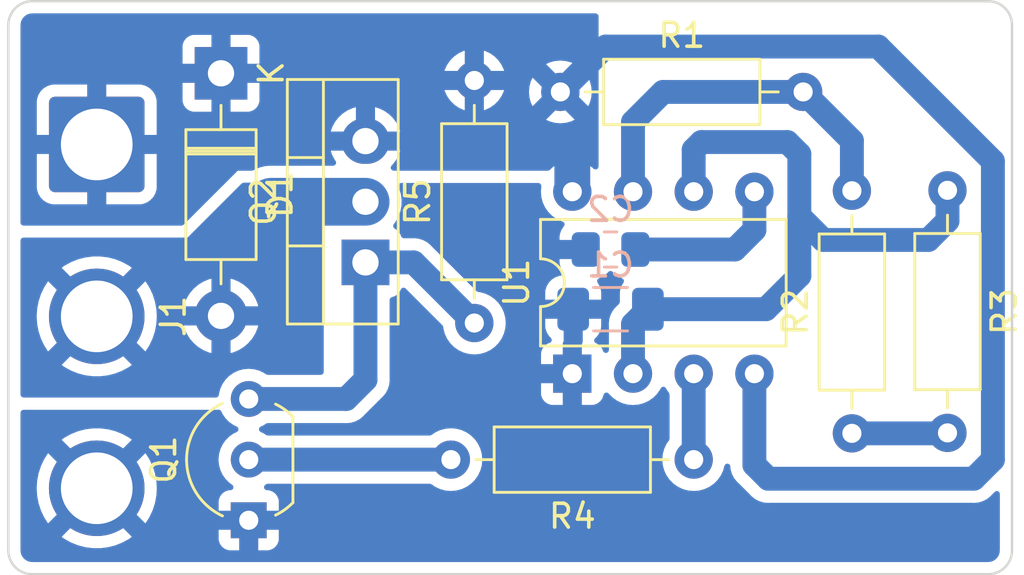
<source format=kicad_pcb>
(kicad_pcb (version 20211014) (generator pcbnew)
  (title_block (title "Electronic Flasher Relay") (date "2022-07-21") (company "erry Leumas"))
  (layers (0 "F.Cu" signal) (31 "B.Cu" signal) (34 "B.Paste" user) (35 "F.Paste" user) (36 "B.SilkS" user "B.Silkscreen") (37 "F.SilkS" user "F.Silkscreen") (38 "B.Mask" user) (39 "F.Mask" user) (44 "Edge.Cuts" user))
  (net 0 "")
  (net 1 "Net-(C1-Pad1)")
  (net 2 "GND")
  (net 3 "Net-(C2-Pad1)")
  (net 4 "+12V")
  (net 5 "Net-(Q1-Pad2)")
  (net 6 "Net-(Q1-Pad3)")
  (net 7 "Net-(R1-Pad2)")
  (net 8 "Net-(R2-Pad1)")
  (net 9 "Net-(R4-Pad1)")
  (net 10 "/OUT")
  (footprint "Package_DIP:DIP-8_W7.62mm" (layer "F.Cu") (at 120.6 102.6 90)
    (fp_text reference "U1" (at 3.81 -2.33 90) (layer "F.SilkS"))
    (fp_text value "NE555P")
    (fp_line (start 2.81 -1.33) (end 1.16 -1.33) (layer "F.SilkS") (width 0.12))
    (fp_line (start 1.16 -1.33) (end 1.16 8.95) (layer "F.SilkS") (width 0.12))
    (fp_line (start 6.46 8.95) (end 6.46 -1.33) (layer "F.SilkS") (width 0.12))
    (fp_line (start 1.16 8.95) (end 6.46 8.95) (layer "F.SilkS") (width 0.12))
    (fp_line (start 6.46 -1.33) (end 4.81 -1.33) (layer "F.SilkS") (width 0.12))
    (fp_arc (start 4.81 -1.33) (mid 3.81 -0.33) (end 2.81 -1.33) (layer "F.SilkS") (width 0.12))
    (pad "1" thru_hole rect (at 0 0 90) (size 1.6 1.6) (drill 0.8) (layers *.Cu *.Mask) (net 2 "GND"))
    (pad "2" thru_hole oval (at 0 2.54 90) (size 1.6 1.6) (drill 0.8) (layers *.Cu *.Mask) (net 1 "Net-(C1-Pad1)"))
    (pad "3" thru_hole oval (at 0 5.08 90) (size 1.6 1.6) (drill 0.8) (layers *.Cu *.Mask) (net 9 "Net-(R4-Pad1)"))
    (pad "4" thru_hole oval (at 0 7.62 90) (size 1.6 1.6) (drill 0.8) (layers *.Cu *.Mask) (net 4 "+12V"))
    (pad "5" thru_hole oval (at 7.62 7.62 90) (size 1.6 1.6) (drill 0.8) (layers *.Cu *.Mask) (net 3 "Net-(C2-Pad1)"))
    (pad "6" thru_hole oval (at 7.62 5.08 90) (size 1.6 1.6) (drill 0.8) (layers *.Cu *.Mask) (net 1 "Net-(C1-Pad1)"))
    (pad "7" thru_hole oval (at 7.62 2.54 90) (size 1.6 1.6) (drill 0.8) (layers *.Cu *.Mask) (net 7 "Net-(R1-Pad2)"))
    (pad "8" thru_hole oval (at 7.62 0 90) (size 1.6 1.6) (drill 0.8) (layers *.Cu *.Mask) (net 4 "+12V"))
  )
  (footprint "Resistor_THT:R_Axial_DIN0207_L6.3mm_D2.5mm_P10.16mm_Horizontal" (layer "F.Cu") (at 120.1 90.8)
    (fp_text reference "R1" (at 5.08 -2.37) (layer "F.SilkS"))
    (fp_text value "5.1k")
    (fp_line (start 8.35 1.37) (end 8.35 -1.37) (layer "F.SilkS") (width 0.12))
    (fp_line (start 1.81 1.37) (end 8.35 1.37) (layer "F.SilkS") (width 0.12))
    (fp_line (start 8.35 -1.37) (end 1.81 -1.37) (layer "F.SilkS") (width 0.12))
    (fp_line (start 1.04 0) (end 1.81 0) (layer "F.SilkS") (width 0.12))
    (fp_line (start 9.12 0) (end 8.35 0) (layer "F.SilkS") (width 0.12))
    (fp_line (start 1.81 -1.37) (end 1.81 1.37) (layer "F.SilkS") (width 0.12))
    (pad "1" thru_hole circle (at 0 0) (size 1.6 1.6) (drill 0.8) (layers *.Cu *.Mask) (net 4 "+12V"))
    (pad "2" thru_hole oval (at 10.16 0) (size 1.6 1.6) (drill 0.8) (layers *.Cu *.Mask) (net 7 "Net-(R1-Pad2)"))
  )
  (footprint "Package_TO_SOT_THT:TO-92_Inline_Wide" (layer "F.Cu") (at 107.06 108.74 90)
    (fp_text reference "Q1" (at 2.54 -3.56 90) (layer "F.SilkS"))
    (fp_text value "PN2222A")
    (fp_line (start 0.74 1.85) (end 4.34 1.85) (layer "F.SilkS") (width 0.12))
    (fp_arc (start 0.1836 -1.098807) (mid 1.143021 -2.192817) (end 2.54 -2.6) (layer "F.SilkS") (width 0.12))
    (fp_arc (start 4.864184 1.122795) (mid 4.633903 1.509328) (end 4.34 1.85) (layer "F.SilkS") (width 0.12))
    (fp_arc (start 2.54 -2.6) (mid 3.936979 -2.192818) (end 4.8964 -1.098807) (layer "F.SilkS") (width 0.12))
    (fp_arc (start 0.74 1.85) (mid 0.446097 1.509328) (end 0.215816 1.122795) (layer "F.SilkS") (width 0.12))
    (pad "1" thru_hole rect (at 0 0 90) (size 1.5 1.5) (drill 0.8) (layers *.Cu *.Mask) (net 2 "GND"))
    (pad "2" thru_hole circle (at 2.54 0 90) (size 1.5 1.5) (drill 0.8) (layers *.Cu *.Mask) (net 5 "Net-(Q1-Pad2)"))
    (pad "3" thru_hole circle (at 5.08 0 90) (size 1.5 1.5) (drill 0.8) (layers *.Cu *.Mask) (net 6 "Net-(Q1-Pad3)"))
  )
  (footprint "Resistor_THT:R_Axial_DIN0207_L6.3mm_D2.5mm_P10.16mm_Horizontal" (layer "F.Cu") (at 132.3 105.1 90)
    (fp_text reference "R2" (at 5.08 -2.37 90) (layer "F.SilkS"))
    (fp_text value "330k")
    (fp_line (start 1.81 -1.37) (end 1.81 1.37) (layer "F.SilkS") (width 0.12))
    (fp_line (start 8.35 -1.37) (end 1.81 -1.37) (layer "F.SilkS") (width 0.12))
    (fp_line (start 1.04 0) (end 1.81 0) (layer "F.SilkS") (width 0.12))
    (fp_line (start 8.35 1.37) (end 8.35 -1.37) (layer "F.SilkS") (width 0.12))
    (fp_line (start 9.12 0) (end 8.35 0) (layer "F.SilkS") (width 0.12))
    (fp_line (start 1.81 1.37) (end 8.35 1.37) (layer "F.SilkS") (width 0.12))
    (pad "1" thru_hole circle (at 0 0 90) (size 1.6 1.6) (drill 0.8) (layers *.Cu *.Mask) (net 8 "Net-(R2-Pad1)"))
    (pad "2" thru_hole oval (at 10.16 0 90) (size 1.6 1.6) (drill 0.8) (layers *.Cu *.Mask) (net 7 "Net-(R1-Pad2)"))
  )
  (footprint "Connector_Wire:SolderWire-2.5sqmm_1x03_P7.2mm_D2.4mm_OD3.6mm" (layer "F.Cu") (at 100.7 93 -90)
    (fp_text reference "J1" (at 7.2 -3.2 90) (layer "F.SilkS"))
    (fp_text value "Conn_01x03")
    (pad "1" thru_hole roundrect (at 0 0 270) (size 4 4) (drill 3) (layers *.Cu *.Mask) (roundrect_rratio 0.0625) (net 4 "+12V"))
    (pad "2" thru_hole circle (at 7.2 0 270) (size 4 4) (drill 3) (layers *.Cu *.Mask) (net 10 "/OUT"))
    (pad "3" thru_hole circle (at 14.4 0 270) (size 4 4) (drill 3) (layers *.Cu *.Mask) (net 2 "GND"))
  )
  (footprint "Package_TO_SOT_THT:TO-220-3_Vertical" (layer "F.Cu") (at 111.945 97.94 90)
    (fp_text reference "Q2" (at 2.54 -4.27 90) (layer "F.SilkS"))
    (fp_text value "IRF5210")
    (fp_line (start 0.69 -3.27) (end 0.69 -1.76) (layer "F.SilkS") (width 0.12))
    (fp_line (start -2.58 -3.27) (end -2.58 1.371) (layer "F.SilkS") (width 0.12))
    (fp_line (start 4.391 -3.27) (end 4.391 -1.76) (layer "F.SilkS") (width 0.12))
    (fp_line (start -2.58 -1.76) (end 7.66 -1.76) (layer "F.SilkS") (width 0.12))
    (fp_line (start -2.58 1.371) (end 7.66 1.371) (layer "F.SilkS") (width 0.12))
    (fp_line (start 7.66 -3.27) (end 7.66 1.371) (layer "F.SilkS") (width 0.12))
    (fp_line (start -2.58 -3.27) (end 7.66 -3.27) (layer "F.SilkS") (width 0.12))
    (pad "1" thru_hole rect (at 0 0 90) (size 1.905 2) (drill 1.1) (layers *.Cu *.Mask) (net 6 "Net-(Q1-Pad3)"))
    (pad "2" thru_hole oval (at 2.54 0 90) (size 1.905 2) (drill 1.1) (layers *.Cu *.Mask) (net 10 "/OUT"))
    (pad "3" thru_hole oval (at 5.08 0 90) (size 1.905 2) (drill 1.1) (layers *.Cu *.Mask) (net 4 "+12V"))
  )
  (footprint "Resistor_THT:R_Axial_DIN0207_L6.3mm_D2.5mm_P10.16mm_Horizontal" (layer "F.Cu") (at 125.68 106.2 180)
    (fp_text reference "R4" (at 5.08 -2.37) (layer "F.SilkS"))
    (fp_text value "1k")
    (fp_line (start 8.35 -1.37) (end 1.81 -1.37) (layer "F.SilkS") (width 0.12))
    (fp_line (start 8.35 1.37) (end 8.35 -1.37) (layer "F.SilkS") (width 0.12))
    (fp_line (start 1.04 0) (end 1.81 0) (layer "F.SilkS") (width 0.12))
    (fp_line (start 9.12 0) (end 8.35 0) (layer "F.SilkS") (width 0.12))
    (fp_line (start 1.81 1.37) (end 8.35 1.37) (layer "F.SilkS") (width 0.12))
    (fp_line (start 1.81 -1.37) (end 1.81 1.37) (layer "F.SilkS") (width 0.12))
    (pad "1" thru_hole circle (at 0 0 180) (size 1.6 1.6) (drill 0.8) (layers *.Cu *.Mask) (net 9 "Net-(R4-Pad1)"))
    (pad "2" thru_hole oval (at 10.16 0 180) (size 1.6 1.6) (drill 0.8) (layers *.Cu *.Mask) (net 5 "Net-(Q1-Pad2)"))
  )
  (footprint "Resistor_THT:R_Axial_DIN0207_L6.3mm_D2.5mm_P10.16mm_Horizontal" (layer "F.Cu") (at 136.3 94.92 -90)
    (fp_text reference "R3" (at 5.08 -2.37 90) (layer "F.SilkS"))
    (fp_text value "180k")
    (fp_line (start 1.81 1.37) (end 8.35 1.37) (layer "F.SilkS") (width 0.12))
    (fp_line (start 8.35 -1.37) (end 1.81 -1.37) (layer "F.SilkS") (width 0.12))
    (fp_line (start 9.12 0) (end 8.35 0) (layer "F.SilkS") (width 0.12))
    (fp_line (start 1.81 -1.37) (end 1.81 1.37) (layer "F.SilkS") (width 0.12))
    (fp_line (start 8.35 1.37) (end 8.35 -1.37) (layer "F.SilkS") (width 0.12))
    (fp_line (start 1.04 0) (end 1.81 0) (layer "F.SilkS") (width 0.12))
    (pad "1" thru_hole circle (at 0 0 270) (size 1.6 1.6) (drill 0.8) (layers *.Cu *.Mask) (net 1 "Net-(C1-Pad1)"))
    (pad "2" thru_hole oval (at 10.16 0 270) (size 1.6 1.6) (drill 0.8) (layers *.Cu *.Mask) (net 8 "Net-(R2-Pad1)"))
  )
  (footprint "Diode_THT:D_DO-41_SOD81_P10.16mm_Horizontal" (layer "F.Cu") (at 105.9 90.02 -90)
    (fp_text reference "D1" (at 5.08 -2.47 90) (layer "F.SilkS"))
    (fp_text value "1N4007")
    (fp_text user "K" (at 0 -2.1 90) (layer "F.SilkS"))
    (fp_line (start 2.36 -1.47) (end 2.36 1.47) (layer "F.SilkS") (width 0.12))
    (fp_line (start 2.36 1.47) (end 7.8 1.47) (layer "F.SilkS") (width 0.12))
    (fp_line (start 3.38 -1.47) (end 3.38 1.47) (layer "F.SilkS") (width 0.12))
    (fp_line (start 8.82 0) (end 7.8 0) (layer "F.SilkS") (width 0.12))
    (fp_line (start 7.8 1.47) (end 7.8 -1.47) (layer "F.SilkS") (width 0.12))
    (fp_line (start 1.34 0) (end 2.36 0) (layer "F.SilkS") (width 0.12))
    (fp_line (start 3.26 -1.47) (end 3.26 1.47) (layer "F.SilkS") (width 0.12))
    (fp_line (start 3.14 -1.47) (end 3.14 1.47) (layer "F.SilkS") (width 0.12))
    (fp_line (start 7.8 -1.47) (end 2.36 -1.47) (layer "F.SilkS") (width 0.12))
    (pad "1" thru_hole rect (at 0 0 270) (size 2.2 2.2) (drill 1.1) (layers *.Cu *.Mask) (net 4 "+12V"))
    (pad "2" thru_hole oval (at 10.16 0 270) (size 2.2 2.2) (drill 1.1) (layers *.Cu *.Mask) (net 10 "/OUT"))
  )
  (footprint "Resistor_THT:R_Axial_DIN0207_L6.3mm_D2.5mm_P10.16mm_Horizontal" (layer "F.Cu") (at 116.5 100.48 90)
    (fp_text reference "R5" (at 5.08 -2.37 90) (layer "F.SilkS"))
    (fp_text value "1k")
    (fp_line (start 8.35 -1.37) (end 1.81 -1.37) (layer "F.SilkS") (width 0.12))
    (fp_line (start 9.12 0) (end 8.35 0) (layer "F.SilkS") (width 0.12))
    (fp_line (start 1.04 0) (end 1.81 0) (layer "F.SilkS") (width 0.12))
    (fp_line (start 1.81 1.37) (end 8.35 1.37) (layer "F.SilkS") (width 0.12))
    (fp_line (start 8.35 1.37) (end 8.35 -1.37) (layer "F.SilkS") (width 0.12))
    (fp_line (start 1.81 -1.37) (end 1.81 1.37) (layer "F.SilkS") (width 0.12))
    (pad "1" thru_hole circle (at 0 0 90) (size 1.6 1.6) (drill 0.8) (layers *.Cu *.Mask) (net 6 "Net-(Q1-Pad3)"))
    (pad "2" thru_hole oval (at 10.16 0 90) (size 1.6 1.6) (drill 0.8) (layers *.Cu *.Mask) (net 4 "+12V"))
  )
  (footprint "Capacitor_SMD:C_1206_3216Metric_Pad1.33x1.80mm_HandSolder" (layer "B.Cu") (at 122.2 99.9 180)
    (fp_text reference "C1" (at 0 1.85) (layer "B.SilkS") (effects (justify mirror)))
    (fp_text value "1u")
    (fp_line (start -0.711252 -0.91) (end 0.711252 -0.91) (layer "B.SilkS") (width 0.12))
    (fp_line (start -0.711252 0.91) (end 0.711252 0.91) (layer "B.SilkS") (width 0.12))
    (pad "1" smd roundrect (at -1.5625 0 180) (size 1.325 1.8) (layers "B.Cu" "B.Paste" "B.Mask") (roundrect_rratio 0.1886792453) (net 1 "Net-(C1-Pad1)"))
    (pad "2" smd roundrect (at 1.5625 0 180) (size 1.325 1.8) (layers "B.Cu" "B.Paste" "B.Mask") (roundrect_rratio 0.1886792453) (net 2 "GND"))
  )
  (footprint "Capacitor_SMD:C_0805_2012Metric_Pad1.18x1.45mm_HandSolder" (layer "B.Cu") (at 122.2 97.4 180)
    (fp_text reference "C2" (at 0 1.68) (layer "B.SilkS") (effects (justify mirror)))
    (fp_text value "10n")
    (fp_line (start -0.261252 -0.735) (end 0.261252 -0.735) (layer "B.SilkS") (width 0.12))
    (fp_line (start -0.261252 0.735) (end 0.261252 0.735) (layer "B.SilkS") (width 0.12))
    (pad "1" smd roundrect (at -1.0375 0 180) (size 1.175 1.45) (layers "B.Cu" "B.Paste" "B.Mask") (roundrect_rratio 0.2127659574) (net 3 "Net-(C2-Pad1)"))
    (pad "2" smd roundrect (at 1.0375 0 180) (size 1.175 1.45) (layers "B.Cu" "B.Paste" "B.Mask") (roundrect_rratio 0.2127659574) (net 2 "GND"))
  )
  (gr_arc (start 139 110) (mid 138.707107 110.707107) (end 138 111) (layer "Edge.Cuts") (width 0.1))
  (gr_line (start 138 87) (end 98 87) (layer "Edge.Cuts") (width 0.1))
  (gr_line (start 97 88) (end 97 110) (layer "Edge.Cuts") (width 0.1))
  (gr_line (start 139 110) (end 139 88) (layer "Edge.Cuts") (width 0.1))
  (gr_arc (start 97 88) (mid 97.292893 87.292893) (end 98 87) (layer "Edge.Cuts") (width 0.1))
  (gr_arc (start 138 87) (mid 138.707107 87.292893) (end 139 88) (layer "Edge.Cuts") (width 0.1))
  (gr_line (start 98 111) (end 138 111) (layer "Edge.Cuts") (width 0.1))
  (gr_arc (start 98 111) (mid 97.292893 110.707107) (end 97 110) (layer "Edge.Cuts") (width 0.1))
  (segment (start 130.1 96) (end 131.1 97) (width 1) (layer "B.Cu") (net 1))
  (segment (start 126 92.9) (end 129.6 92.9) (width 1) (layer "B.Cu") (net 1))
  (segment (start 125.68 94.98) (end 125.68 93.22) (width 1) (layer "B.Cu") (net 1))
  (segment (start 136.3 96.2) (end 136.3 94.92) (width 1) (layer "B.Cu") (net 1))
  (segment (start 123.14 102.6) (end 123.14 100.5225) (width 1) (layer "B.Cu") (net 1))
  (segment (start 131.1 97) (end 135.5 97) (width 1) (layer "B.Cu") (net 1))
  (segment (start 128.7 99.9) (end 130.1 98.5) (width 1) (layer "B.Cu") (net 1))
  (segment (start 130.1 93.4) (end 130.1 96) (width 1) (layer "B.Cu") (net 1))
  (segment (start 129.6 92.9) (end 130.1 93.4) (width 1) (layer "B.Cu") (net 1))
  (segment (start 135.5 97) (end 136.3 96.2) (width 1) (layer "B.Cu") (net 1))
  (segment (start 123.7625 99.9) (end 128.7 99.9) (width 1) (layer "B.Cu") (net 1))
  (segment (start 125.68 93.22) (end 126 92.9) (width 1) (layer "B.Cu") (net 1))
  (segment (start 123.14 100.5225) (end 123.7625 99.9) (width 1) (layer "B.Cu") (net 1))
  (segment (start 130.1 98.5) (end 130.1 96) (width 1) (layer "B.Cu") (net 1))
  (segment (start 128.22 96.58) (end 128.22 94.98) (width 1) (layer "B.Cu") (net 3))
  (segment (start 127.4 97.4) (end 128.22 96.58) (width 1) (layer "B.Cu") (net 3))
  (segment (start 123.2375 97.4) (end 127.4 97.4) (width 1) (layer "B.Cu") (net 3))
  (segment (start 138.2 93.7) (end 133.4 88.9) (width 1) (layer "B.Cu") (net 4))
  (segment (start 122 88.9) (end 120.1 90.8) (width 1) (layer "B.Cu") (net 4))
  (segment (start 133.4 88.9) (end 122 88.9) (width 1) (layer "B.Cu") (net 4))
  (segment (start 128.22 102.6) (end 128.22 106.42) (width 1) (layer "B.Cu") (net 4))
  (segment (start 138.2 106.2) (end 138.2 93.7) (width 1) (layer "B.Cu") (net 4))
  (segment (start 128.22 106.42) (end 128.8 107) (width 1) (layer "B.Cu") (net 4))
  (segment (start 128.8 107) (end 137.4 107) (width 1) (layer "B.Cu") (net 4))
  (segment (start 120.6 94.98) (end 120.6 93.1) (width 1.5) (layer "B.Cu") (net 4))
  (segment (start 137.4 107) (end 138.2 106.2) (width 1) (layer "B.Cu") (net 4))
  (segment (start 115.52 106.2) (end 107.06 106.2) (width 1) (layer "B.Cu") (net 5))
  (segment (start 113.96 97.94) (end 116.5 100.48) (width 1) (layer "B.Cu") (net 6))
  (segment (start 111.945 97.94) (end 113.96 97.94) (width 1) (layer "B.Cu") (net 6))
  (segment (start 111.945 102.855) (end 111.945 97.94) (width 1) (layer "B.Cu") (net 6))
  (segment (start 107.06 103.66) (end 111.14 103.66) (width 1) (layer "B.Cu") (net 6))
  (segment (start 111.14 103.66) (end 111.945 102.855) (width 1) (layer "B.Cu") (net 6))
  (segment (start 132.3 92.84) (end 130.26 90.8) (width 1) (layer "B.Cu") (net 7))
  (segment (start 130.26 90.8) (end 124.4 90.8) (width 1) (layer "B.Cu") (net 7))
  (segment (start 123.14 92.06) (end 123.14 94.98) (width 1) (layer "B.Cu") (net 7))
  (segment (start 132.3 94.94) (end 132.3 92.84) (width 1) (layer "B.Cu") (net 7))
  (segment (start 124.4 90.8) (end 123.14 92.06) (width 1) (layer "B.Cu") (net 7))
  (segment (start 132.3 105.1) (end 136.28 105.1) (width 1) (layer "B.Cu") (net 8))
  (segment (start 125.68 102.6) (end 125.68 106.2) (width 1) (layer "B.Cu") (net 9))
  (segment (start 111.945 95.4) (end 108 95.4) (width 2) (layer "B.Cu") (net 10))
  (zone (net 10) (net_name "/OUT") (layer "B.Cu") (priority 1) (connect_pads (clearance 0.508)) (min_thickness 0.254) (fill yes (thermal_gap 0.508) (thermal_bridge_width 0.8))
    (polygon (pts (xy 110.2 103.6) (xy 97 103.6) (xy 97 96.9) (xy 104.5 96.9) (xy 106.8 94.6) (xy 110.2 94.6)))
  )
  (zone (net 4) (net_name "+12V") (layer "B.Cu") (priority 1) (connect_pads (clearance 0.508)) (min_thickness 0.254) (fill yes (thermal_gap 0.508) (thermal_bridge_width 0.8))
    (polygon (pts (xy 121.7 94.1) (xy 113.9 94.1) (xy 106.6 94.1) (xy 104.3 96.4) (xy 97 96.4) (xy 97 87) (xy 121.7 87)))
  )
  (zone (net 2) (net_name "GND") (layer "B.Cu") (connect_pads (clearance 0.508)) (min_thickness 0.254) (fill yes (thermal_gap 0.508) (thermal_bridge_width 0.8))
    (polygon (pts (xy 139 111) (xy 97 111) (xy 97 87) (xy 139 87)))
  )
)
</source>
